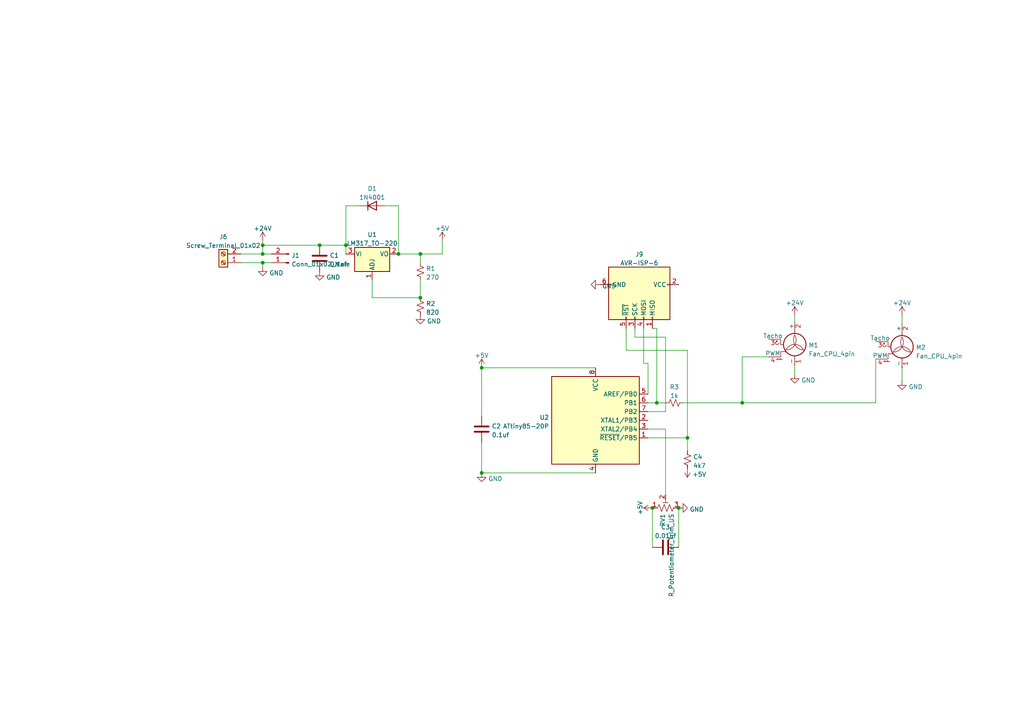
<source format=kicad_sch>
(kicad_sch (version 20211123) (generator eeschema)

  (uuid 1ded82ae-0dec-40b4-90f4-5dd114e195fd)

  (paper "A4")

  (lib_symbols
    (symbol "Connector:AVR-ISP-6" (pin_names (offset 1.016)) (in_bom yes) (on_board yes)
      (property "Reference" "J" (id 0) (at -6.35 11.43 0)
        (effects (font (size 1.27 1.27)) (justify left))
      )
      (property "Value" "AVR-ISP-6" (id 1) (at 0 11.43 0)
        (effects (font (size 1.27 1.27)) (justify left))
      )
      (property "Footprint" "" (id 2) (at -6.35 1.27 90)
        (effects (font (size 1.27 1.27)) hide)
      )
      (property "Datasheet" " ~" (id 3) (at -32.385 -13.97 0)
        (effects (font (size 1.27 1.27)) hide)
      )
      (property "ki_keywords" "AVR ISP Connector" (id 4) (at 0 0 0)
        (effects (font (size 1.27 1.27)) hide)
      )
      (property "ki_description" "Atmel 6-pin ISP connector" (id 5) (at 0 0 0)
        (effects (font (size 1.27 1.27)) hide)
      )
      (property "ki_fp_filters" "IDC?Header*2x03* Pin?Header*2x03*" (id 6) (at 0 0 0)
        (effects (font (size 1.27 1.27)) hide)
      )
      (symbol "AVR-ISP-6_0_1"
        (rectangle (start -2.667 -6.858) (end -2.413 -7.62)
          (stroke (width 0) (type default) (color 0 0 0 0))
          (fill (type none))
        )
        (rectangle (start -2.667 10.16) (end -2.413 9.398)
          (stroke (width 0) (type default) (color 0 0 0 0))
          (fill (type none))
        )
        (rectangle (start 7.62 -2.413) (end 6.858 -2.667)
          (stroke (width 0) (type default) (color 0 0 0 0))
          (fill (type none))
        )
        (rectangle (start 7.62 0.127) (end 6.858 -0.127)
          (stroke (width 0) (type default) (color 0 0 0 0))
          (fill (type none))
        )
        (rectangle (start 7.62 2.667) (end 6.858 2.413)
          (stroke (width 0) (type default) (color 0 0 0 0))
          (fill (type none))
        )
        (rectangle (start 7.62 5.207) (end 6.858 4.953)
          (stroke (width 0) (type default) (color 0 0 0 0))
          (fill (type none))
        )
        (rectangle (start 7.62 10.16) (end -7.62 -7.62)
          (stroke (width 0.254) (type default) (color 0 0 0 0))
          (fill (type background))
        )
      )
      (symbol "AVR-ISP-6_1_1"
        (pin passive line (at 10.16 5.08 180) (length 2.54)
          (name "MISO" (effects (font (size 1.27 1.27))))
          (number "1" (effects (font (size 1.27 1.27))))
        )
        (pin passive line (at -2.54 12.7 270) (length 2.54)
          (name "VCC" (effects (font (size 1.27 1.27))))
          (number "2" (effects (font (size 1.27 1.27))))
        )
        (pin passive line (at 10.16 0 180) (length 2.54)
          (name "SCK" (effects (font (size 1.27 1.27))))
          (number "3" (effects (font (size 1.27 1.27))))
        )
        (pin passive line (at 10.16 2.54 180) (length 2.54)
          (name "MOSI" (effects (font (size 1.27 1.27))))
          (number "4" (effects (font (size 1.27 1.27))))
        )
        (pin passive line (at 10.16 -2.54 180) (length 2.54)
          (name "~{RST}" (effects (font (size 1.27 1.27))))
          (number "5" (effects (font (size 1.27 1.27))))
        )
        (pin passive line (at -2.54 -10.16 90) (length 2.54)
          (name "GND" (effects (font (size 1.27 1.27))))
          (number "6" (effects (font (size 1.27 1.27))))
        )
      )
    )
    (symbol "Connector:Conn_01x02_Male" (pin_names (offset 1.016) hide) (in_bom yes) (on_board yes)
      (property "Reference" "J" (id 0) (at 0 2.54 0)
        (effects (font (size 1.27 1.27)))
      )
      (property "Value" "Conn_01x02_Male" (id 1) (at 0 -5.08 0)
        (effects (font (size 1.27 1.27)))
      )
      (property "Footprint" "" (id 2) (at 0 0 0)
        (effects (font (size 1.27 1.27)) hide)
      )
      (property "Datasheet" "~" (id 3) (at 0 0 0)
        (effects (font (size 1.27 1.27)) hide)
      )
      (property "ki_keywords" "connector" (id 4) (at 0 0 0)
        (effects (font (size 1.27 1.27)) hide)
      )
      (property "ki_description" "Generic connector, single row, 01x02, script generated (kicad-library-utils/schlib/autogen/connector/)" (id 5) (at 0 0 0)
        (effects (font (size 1.27 1.27)) hide)
      )
      (property "ki_fp_filters" "Connector*:*_1x??_*" (id 6) (at 0 0 0)
        (effects (font (size 1.27 1.27)) hide)
      )
      (symbol "Conn_01x02_Male_1_1"
        (polyline
          (pts
            (xy 1.27 -2.54)
            (xy 0.8636 -2.54)
          )
          (stroke (width 0.1524) (type default) (color 0 0 0 0))
          (fill (type none))
        )
        (polyline
          (pts
            (xy 1.27 0)
            (xy 0.8636 0)
          )
          (stroke (width 0.1524) (type default) (color 0 0 0 0))
          (fill (type none))
        )
        (rectangle (start 0.8636 -2.413) (end 0 -2.667)
          (stroke (width 0.1524) (type default) (color 0 0 0 0))
          (fill (type outline))
        )
        (rectangle (start 0.8636 0.127) (end 0 -0.127)
          (stroke (width 0.1524) (type default) (color 0 0 0 0))
          (fill (type outline))
        )
        (pin passive line (at 5.08 0 180) (length 3.81)
          (name "Pin_1" (effects (font (size 1.27 1.27))))
          (number "1" (effects (font (size 1.27 1.27))))
        )
        (pin passive line (at 5.08 -2.54 180) (length 3.81)
          (name "Pin_2" (effects (font (size 1.27 1.27))))
          (number "2" (effects (font (size 1.27 1.27))))
        )
      )
    )
    (symbol "Connector:Screw_Terminal_01x02" (pin_names (offset 1.016) hide) (in_bom yes) (on_board yes)
      (property "Reference" "J" (id 0) (at 0 2.54 0)
        (effects (font (size 1.27 1.27)))
      )
      (property "Value" "Screw_Terminal_01x02" (id 1) (at 0 -5.08 0)
        (effects (font (size 1.27 1.27)))
      )
      (property "Footprint" "" (id 2) (at 0 0 0)
        (effects (font (size 1.27 1.27)) hide)
      )
      (property "Datasheet" "~" (id 3) (at 0 0 0)
        (effects (font (size 1.27 1.27)) hide)
      )
      (property "ki_keywords" "screw terminal" (id 4) (at 0 0 0)
        (effects (font (size 1.27 1.27)) hide)
      )
      (property "ki_description" "Generic screw terminal, single row, 01x02, script generated (kicad-library-utils/schlib/autogen/connector/)" (id 5) (at 0 0 0)
        (effects (font (size 1.27 1.27)) hide)
      )
      (property "ki_fp_filters" "TerminalBlock*:*" (id 6) (at 0 0 0)
        (effects (font (size 1.27 1.27)) hide)
      )
      (symbol "Screw_Terminal_01x02_1_1"
        (rectangle (start -1.27 1.27) (end 1.27 -3.81)
          (stroke (width 0.254) (type default) (color 0 0 0 0))
          (fill (type background))
        )
        (circle (center 0 -2.54) (radius 0.635)
          (stroke (width 0.1524) (type default) (color 0 0 0 0))
          (fill (type none))
        )
        (polyline
          (pts
            (xy -0.5334 -2.2098)
            (xy 0.3302 -3.048)
          )
          (stroke (width 0.1524) (type default) (color 0 0 0 0))
          (fill (type none))
        )
        (polyline
          (pts
            (xy -0.5334 0.3302)
            (xy 0.3302 -0.508)
          )
          (stroke (width 0.1524) (type default) (color 0 0 0 0))
          (fill (type none))
        )
        (polyline
          (pts
            (xy -0.3556 -2.032)
            (xy 0.508 -2.8702)
          )
          (stroke (width 0.1524) (type default) (color 0 0 0 0))
          (fill (type none))
        )
        (polyline
          (pts
            (xy -0.3556 0.508)
            (xy 0.508 -0.3302)
          )
          (stroke (width 0.1524) (type default) (color 0 0 0 0))
          (fill (type none))
        )
        (circle (center 0 0) (radius 0.635)
          (stroke (width 0.1524) (type default) (color 0 0 0 0))
          (fill (type none))
        )
        (pin passive line (at -5.08 0 0) (length 3.81)
          (name "Pin_1" (effects (font (size 1.27 1.27))))
          (number "1" (effects (font (size 1.27 1.27))))
        )
        (pin passive line (at -5.08 -2.54 0) (length 3.81)
          (name "Pin_2" (effects (font (size 1.27 1.27))))
          (number "2" (effects (font (size 1.27 1.27))))
        )
      )
    )
    (symbol "Device:C" (pin_numbers hide) (pin_names (offset 0.254)) (in_bom yes) (on_board yes)
      (property "Reference" "C" (id 0) (at 0.635 2.54 0)
        (effects (font (size 1.27 1.27)) (justify left))
      )
      (property "Value" "C" (id 1) (at 0.635 -2.54 0)
        (effects (font (size 1.27 1.27)) (justify left))
      )
      (property "Footprint" "" (id 2) (at 0.9652 -3.81 0)
        (effects (font (size 1.27 1.27)) hide)
      )
      (property "Datasheet" "~" (id 3) (at 0 0 0)
        (effects (font (size 1.27 1.27)) hide)
      )
      (property "ki_keywords" "cap capacitor" (id 4) (at 0 0 0)
        (effects (font (size 1.27 1.27)) hide)
      )
      (property "ki_description" "Unpolarized capacitor" (id 5) (at 0 0 0)
        (effects (font (size 1.27 1.27)) hide)
      )
      (property "ki_fp_filters" "C_*" (id 6) (at 0 0 0)
        (effects (font (size 1.27 1.27)) hide)
      )
      (symbol "C_0_1"
        (polyline
          (pts
            (xy -2.032 -0.762)
            (xy 2.032 -0.762)
          )
          (stroke (width 0.508) (type default) (color 0 0 0 0))
          (fill (type none))
        )
        (polyline
          (pts
            (xy -2.032 0.762)
            (xy 2.032 0.762)
          )
          (stroke (width 0.508) (type default) (color 0 0 0 0))
          (fill (type none))
        )
      )
      (symbol "C_1_1"
        (pin passive line (at 0 3.81 270) (length 2.794)
          (name "~" (effects (font (size 1.27 1.27))))
          (number "1" (effects (font (size 1.27 1.27))))
        )
        (pin passive line (at 0 -3.81 90) (length 2.794)
          (name "~" (effects (font (size 1.27 1.27))))
          (number "2" (effects (font (size 1.27 1.27))))
        )
      )
    )
    (symbol "Device:R_Potentiometer_Trim_US" (pin_names (offset 1.016) hide) (in_bom yes) (on_board yes)
      (property "Reference" "RV" (id 0) (at -4.445 0 90)
        (effects (font (size 1.27 1.27)))
      )
      (property "Value" "R_Potentiometer_Trim_US" (id 1) (at -2.54 0 90)
        (effects (font (size 1.27 1.27)))
      )
      (property "Footprint" "" (id 2) (at 0 0 0)
        (effects (font (size 1.27 1.27)) hide)
      )
      (property "Datasheet" "~" (id 3) (at 0 0 0)
        (effects (font (size 1.27 1.27)) hide)
      )
      (property "ki_keywords" "resistor variable trimpot trimmer" (id 4) (at 0 0 0)
        (effects (font (size 1.27 1.27)) hide)
      )
      (property "ki_description" "Trim-potentiometer, US symbol" (id 5) (at 0 0 0)
        (effects (font (size 1.27 1.27)) hide)
      )
      (property "ki_fp_filters" "Potentiometer*" (id 6) (at 0 0 0)
        (effects (font (size 1.27 1.27)) hide)
      )
      (symbol "R_Potentiometer_Trim_US_0_1"
        (polyline
          (pts
            (xy 0 -2.286)
            (xy 0 -2.54)
          )
          (stroke (width 0) (type default) (color 0 0 0 0))
          (fill (type none))
        )
        (polyline
          (pts
            (xy 0 2.286)
            (xy 0 2.54)
          )
          (stroke (width 0) (type default) (color 0 0 0 0))
          (fill (type none))
        )
        (polyline
          (pts
            (xy 1.524 0.762)
            (xy 1.524 -0.762)
          )
          (stroke (width 0) (type default) (color 0 0 0 0))
          (fill (type none))
        )
        (polyline
          (pts
            (xy 2.54 0)
            (xy 1.524 0)
          )
          (stroke (width 0) (type default) (color 0 0 0 0))
          (fill (type none))
        )
        (polyline
          (pts
            (xy 0 -0.762)
            (xy 1.016 -1.143)
            (xy 0 -1.524)
            (xy -1.016 -1.905)
            (xy 0 -2.286)
          )
          (stroke (width 0) (type default) (color 0 0 0 0))
          (fill (type none))
        )
        (polyline
          (pts
            (xy 0 0.762)
            (xy 1.016 0.381)
            (xy 0 0)
            (xy -1.016 -0.381)
            (xy 0 -0.762)
          )
          (stroke (width 0) (type default) (color 0 0 0 0))
          (fill (type none))
        )
        (polyline
          (pts
            (xy 0 2.286)
            (xy 1.016 1.905)
            (xy 0 1.524)
            (xy -1.016 1.143)
            (xy 0 0.762)
          )
          (stroke (width 0) (type default) (color 0 0 0 0))
          (fill (type none))
        )
      )
      (symbol "R_Potentiometer_Trim_US_1_1"
        (pin passive line (at 0 3.81 270) (length 1.27)
          (name "1" (effects (font (size 1.27 1.27))))
          (number "1" (effects (font (size 1.27 1.27))))
        )
        (pin passive line (at 3.81 0 180) (length 1.27)
          (name "2" (effects (font (size 1.27 1.27))))
          (number "2" (effects (font (size 1.27 1.27))))
        )
        (pin passive line (at 0 -3.81 90) (length 1.27)
          (name "3" (effects (font (size 1.27 1.27))))
          (number "3" (effects (font (size 1.27 1.27))))
        )
      )
    )
    (symbol "Device:R_Small_US" (pin_numbers hide) (pin_names (offset 0.254) hide) (in_bom yes) (on_board yes)
      (property "Reference" "R" (id 0) (at 0.762 0.508 0)
        (effects (font (size 1.27 1.27)) (justify left))
      )
      (property "Value" "R_Small_US" (id 1) (at 0.762 -1.016 0)
        (effects (font (size 1.27 1.27)) (justify left))
      )
      (property "Footprint" "" (id 2) (at 0 0 0)
        (effects (font (size 1.27 1.27)) hide)
      )
      (property "Datasheet" "~" (id 3) (at 0 0 0)
        (effects (font (size 1.27 1.27)) hide)
      )
      (property "ki_keywords" "r resistor" (id 4) (at 0 0 0)
        (effects (font (size 1.27 1.27)) hide)
      )
      (property "ki_description" "Resistor, small US symbol" (id 5) (at 0 0 0)
        (effects (font (size 1.27 1.27)) hide)
      )
      (property "ki_fp_filters" "R_*" (id 6) (at 0 0 0)
        (effects (font (size 1.27 1.27)) hide)
      )
      (symbol "R_Small_US_1_1"
        (polyline
          (pts
            (xy 0 0)
            (xy 1.016 -0.381)
            (xy 0 -0.762)
            (xy -1.016 -1.143)
            (xy 0 -1.524)
          )
          (stroke (width 0) (type default) (color 0 0 0 0))
          (fill (type none))
        )
        (polyline
          (pts
            (xy 0 1.524)
            (xy 1.016 1.143)
            (xy 0 0.762)
            (xy -1.016 0.381)
            (xy 0 0)
          )
          (stroke (width 0) (type default) (color 0 0 0 0))
          (fill (type none))
        )
        (pin passive line (at 0 2.54 270) (length 1.016)
          (name "~" (effects (font (size 1.27 1.27))))
          (number "1" (effects (font (size 1.27 1.27))))
        )
        (pin passive line (at 0 -2.54 90) (length 1.016)
          (name "~" (effects (font (size 1.27 1.27))))
          (number "2" (effects (font (size 1.27 1.27))))
        )
      )
    )
    (symbol "Diode:1N4001" (pin_numbers hide) (pin_names (offset 1.016) hide) (in_bom yes) (on_board yes)
      (property "Reference" "D" (id 0) (at 0 2.54 0)
        (effects (font (size 1.27 1.27)))
      )
      (property "Value" "1N4001" (id 1) (at 0 -2.54 0)
        (effects (font (size 1.27 1.27)))
      )
      (property "Footprint" "Diode_THT:D_DO-41_SOD81_P10.16mm_Horizontal" (id 2) (at 0 -4.445 0)
        (effects (font (size 1.27 1.27)) hide)
      )
      (property "Datasheet" "http://www.vishay.com/docs/88503/1n4001.pdf" (id 3) (at 0 0 0)
        (effects (font (size 1.27 1.27)) hide)
      )
      (property "ki_keywords" "diode" (id 4) (at 0 0 0)
        (effects (font (size 1.27 1.27)) hide)
      )
      (property "ki_description" "50V 1A General Purpose Rectifier Diode, DO-41" (id 5) (at 0 0 0)
        (effects (font (size 1.27 1.27)) hide)
      )
      (property "ki_fp_filters" "D*DO?41*" (id 6) (at 0 0 0)
        (effects (font (size 1.27 1.27)) hide)
      )
      (symbol "1N4001_0_1"
        (polyline
          (pts
            (xy -1.27 1.27)
            (xy -1.27 -1.27)
          )
          (stroke (width 0.254) (type default) (color 0 0 0 0))
          (fill (type none))
        )
        (polyline
          (pts
            (xy 1.27 0)
            (xy -1.27 0)
          )
          (stroke (width 0) (type default) (color 0 0 0 0))
          (fill (type none))
        )
        (polyline
          (pts
            (xy 1.27 1.27)
            (xy 1.27 -1.27)
            (xy -1.27 0)
            (xy 1.27 1.27)
          )
          (stroke (width 0.254) (type default) (color 0 0 0 0))
          (fill (type none))
        )
      )
      (symbol "1N4001_1_1"
        (pin passive line (at -3.81 0 0) (length 2.54)
          (name "K" (effects (font (size 1.27 1.27))))
          (number "1" (effects (font (size 1.27 1.27))))
        )
        (pin passive line (at 3.81 0 180) (length 2.54)
          (name "A" (effects (font (size 1.27 1.27))))
          (number "2" (effects (font (size 1.27 1.27))))
        )
      )
    )
    (symbol "MCU_Microchip_ATtiny:ATtiny85-20P" (in_bom yes) (on_board yes)
      (property "Reference" "U" (id 0) (at -12.7 13.97 0)
        (effects (font (size 1.27 1.27)) (justify left bottom))
      )
      (property "Value" "ATtiny85-20P" (id 1) (at 2.54 -13.97 0)
        (effects (font (size 1.27 1.27)) (justify left top))
      )
      (property "Footprint" "Package_DIP:DIP-8_W7.62mm" (id 2) (at 0 0 0)
        (effects (font (size 1.27 1.27) italic) hide)
      )
      (property "Datasheet" "http://ww1.microchip.com/downloads/en/DeviceDoc/atmel-2586-avr-8-bit-microcontroller-attiny25-attiny45-attiny85_datasheet.pdf" (id 3) (at 0 0 0)
        (effects (font (size 1.27 1.27)) hide)
      )
      (property "ki_keywords" "AVR 8bit Microcontroller tinyAVR" (id 4) (at 0 0 0)
        (effects (font (size 1.27 1.27)) hide)
      )
      (property "ki_description" "20MHz, 8kB Flash, 512B SRAM, 512B EEPROM, debugWIRE, DIP-8" (id 5) (at 0 0 0)
        (effects (font (size 1.27 1.27)) hide)
      )
      (property "ki_fp_filters" "DIP*W7.62mm*" (id 6) (at 0 0 0)
        (effects (font (size 1.27 1.27)) hide)
      )
      (symbol "ATtiny85-20P_0_1"
        (rectangle (start -12.7 -12.7) (end 12.7 12.7)
          (stroke (width 0.254) (type default) (color 0 0 0 0))
          (fill (type background))
        )
      )
      (symbol "ATtiny85-20P_1_1"
        (pin bidirectional line (at 15.24 -5.08 180) (length 2.54)
          (name "~{RESET}/PB5" (effects (font (size 1.27 1.27))))
          (number "1" (effects (font (size 1.27 1.27))))
        )
        (pin bidirectional line (at 15.24 0 180) (length 2.54)
          (name "XTAL1/PB3" (effects (font (size 1.27 1.27))))
          (number "2" (effects (font (size 1.27 1.27))))
        )
        (pin bidirectional line (at 15.24 -2.54 180) (length 2.54)
          (name "XTAL2/PB4" (effects (font (size 1.27 1.27))))
          (number "3" (effects (font (size 1.27 1.27))))
        )
        (pin power_in line (at 0 -15.24 90) (length 2.54)
          (name "GND" (effects (font (size 1.27 1.27))))
          (number "4" (effects (font (size 1.27 1.27))))
        )
        (pin bidirectional line (at 15.24 7.62 180) (length 2.54)
          (name "AREF/PB0" (effects (font (size 1.27 1.27))))
          (number "5" (effects (font (size 1.27 1.27))))
        )
        (pin bidirectional line (at 15.24 5.08 180) (length 2.54)
          (name "PB1" (effects (font (size 1.27 1.27))))
          (number "6" (effects (font (size 1.27 1.27))))
        )
        (pin bidirectional line (at 15.24 2.54 180) (length 2.54)
          (name "PB2" (effects (font (size 1.27 1.27))))
          (number "7" (effects (font (size 1.27 1.27))))
        )
        (pin power_in line (at 0 15.24 270) (length 2.54)
          (name "VCC" (effects (font (size 1.27 1.27))))
          (number "8" (effects (font (size 1.27 1.27))))
        )
      )
    )
    (symbol "Motor:Fan_CPU_4pin" (pin_names (offset 0)) (in_bom yes) (on_board yes)
      (property "Reference" "M" (id 0) (at 2.54 5.08 0)
        (effects (font (size 1.27 1.27)) (justify left))
      )
      (property "Value" "Fan_CPU_4pin" (id 1) (at 2.54 -2.54 0)
        (effects (font (size 1.27 1.27)) (justify left top))
      )
      (property "Footprint" "" (id 2) (at 0 0.254 0)
        (effects (font (size 1.27 1.27)) hide)
      )
      (property "Datasheet" "http://www.formfactors.org/developer%5Cspecs%5Crev1_2_public.pdf" (id 3) (at 0 0.254 0)
        (effects (font (size 1.27 1.27)) hide)
      )
      (property "ki_keywords" "Fan Motor tacho PWM" (id 4) (at 0 0 0)
        (effects (font (size 1.27 1.27)) hide)
      )
      (property "ki_description" "CPU Fan, tacho output, PWM input, 4-pin connector" (id 5) (at 0 0 0)
        (effects (font (size 1.27 1.27)) hide)
      )
      (property "ki_fp_filters" "FanPinHeader*P2.54mm*Vertical* PinHeader*P2.54mm*Vertical* TerminalBlock*" (id 6) (at 0 0 0)
        (effects (font (size 1.27 1.27)) hide)
      )
      (symbol "Fan_CPU_4pin_0_0"
        (arc (start -5.588 1.524) (mid -5.08 1.016) (end -4.572 1.524)
          (stroke (width 0) (type default) (color 0 0 0 0))
          (fill (type none))
        )
        (arc (start -5.08 2.032) (mid -5.4392 1.8832) (end -5.588 1.524)
          (stroke (width 0) (type default) (color 0 0 0 0))
          (fill (type none))
        )
        (polyline
          (pts
            (xy -5.08 2.032)
            (xy -5.334 2.159)
          )
          (stroke (width 0) (type default) (color 0 0 0 0))
          (fill (type none))
        )
        (polyline
          (pts
            (xy -5.08 2.032)
            (xy -5.207 1.778)
          )
          (stroke (width 0) (type default) (color 0 0 0 0))
          (fill (type none))
        )
        (polyline
          (pts
            (xy -4.064 2.54)
            (xy -4.064 1.016)
            (xy -3.302 1.016)
          )
          (stroke (width 0) (type default) (color 0 0 0 0))
          (fill (type none))
        )
      )
      (symbol "Fan_CPU_4pin_0_1"
        (arc (start -2.54 -0.508) (mid 0.0028 0.9121) (end 0 3.81)
          (stroke (width 0) (type default) (color 0 0 0 0))
          (fill (type none))
        )
        (polyline
          (pts
            (xy -4.064 2.54)
            (xy -5.08 2.54)
          )
          (stroke (width 0) (type default) (color 0 0 0 0))
          (fill (type none))
        )
        (polyline
          (pts
            (xy 0 -5.08)
            (xy 0 -4.572)
          )
          (stroke (width 0) (type default) (color 0 0 0 0))
          (fill (type none))
        )
        (polyline
          (pts
            (xy 0 -2.2352)
            (xy 0 -2.6416)
          )
          (stroke (width 0) (type default) (color 0 0 0 0))
          (fill (type none))
        )
        (polyline
          (pts
            (xy 0 4.2672)
            (xy 0 4.6228)
          )
          (stroke (width 0) (type default) (color 0 0 0 0))
          (fill (type none))
        )
        (polyline
          (pts
            (xy 0 4.572)
            (xy 0 5.08)
          )
          (stroke (width 0) (type default) (color 0 0 0 0))
          (fill (type none))
        )
        (polyline
          (pts
            (xy -2.54 -1.016)
            (xy -4.064 -1.016)
            (xy -4.064 -2.54)
            (xy -5.08 -2.54)
          )
          (stroke (width 0) (type default) (color 0 0 0 0))
          (fill (type none))
        )
        (polyline
          (pts
            (xy -5.334 -3.302)
            (xy -5.08 -3.302)
            (xy -5.08 -3.048)
            (xy -4.826 -3.048)
            (xy -4.826 -3.302)
            (xy -4.318 -3.302)
            (xy -4.318 -3.048)
            (xy -4.064 -3.048)
            (xy -4.064 -3.302)
            (xy -3.556 -3.302)
          )
          (stroke (width 0) (type default) (color 0 0 0 0))
          (fill (type none))
        )
        (circle (center 0 1.016) (radius 3.2512)
          (stroke (width 0.254) (type default) (color 0 0 0 0))
          (fill (type none))
        )
        (arc (start 0 3.81) (mid 0.053 0.921) (end 2.54 -0.508)
          (stroke (width 0) (type default) (color 0 0 0 0))
          (fill (type none))
        )
        (arc (start 2.54 -0.508) (mid 0 1.0618) (end -2.54 -0.508)
          (stroke (width 0) (type default) (color 0 0 0 0))
          (fill (type none))
        )
      )
      (symbol "Fan_CPU_4pin_1_1"
        (pin passive line (at 0 -5.08 90) (length 2.54)
          (name "-" (effects (font (size 1.27 1.27))))
          (number "1" (effects (font (size 1.27 1.27))))
        )
        (pin passive line (at 0 7.62 270) (length 2.54)
          (name "+" (effects (font (size 1.27 1.27))))
          (number "2" (effects (font (size 1.27 1.27))))
        )
        (pin passive line (at -7.62 2.54 0) (length 2.54)
          (name "Tacho" (effects (font (size 1.27 1.27))))
          (number "3" (effects (font (size 1.27 1.27))))
        )
        (pin input line (at -7.62 -2.54 0) (length 2.54)
          (name "PWM" (effects (font (size 1.27 1.27))))
          (number "4" (effects (font (size 1.27 1.27))))
        )
      )
    )
    (symbol "Regulator_Linear:LM317_TO-220" (pin_names (offset 0.254)) (in_bom yes) (on_board yes)
      (property "Reference" "U" (id 0) (at -3.81 3.175 0)
        (effects (font (size 1.27 1.27)))
      )
      (property "Value" "LM317_TO-220" (id 1) (at 0 3.175 0)
        (effects (font (size 1.27 1.27)) (justify left))
      )
      (property "Footprint" "Package_TO_SOT_THT:TO-220-3_Vertical" (id 2) (at 0 6.35 0)
        (effects (font (size 1.27 1.27) italic) hide)
      )
      (property "Datasheet" "http://www.ti.com/lit/ds/symlink/lm317.pdf" (id 3) (at 0 0 0)
        (effects (font (size 1.27 1.27)) hide)
      )
      (property "ki_keywords" "Adjustable Voltage Regulator 1A Positive" (id 4) (at 0 0 0)
        (effects (font (size 1.27 1.27)) hide)
      )
      (property "ki_description" "1.5A 35V Adjustable Linear Regulator, TO-220" (id 5) (at 0 0 0)
        (effects (font (size 1.27 1.27)) hide)
      )
      (property "ki_fp_filters" "TO?220*" (id 6) (at 0 0 0)
        (effects (font (size 1.27 1.27)) hide)
      )
      (symbol "LM317_TO-220_0_1"
        (rectangle (start -5.08 1.905) (end 5.08 -5.08)
          (stroke (width 0.254) (type default) (color 0 0 0 0))
          (fill (type background))
        )
      )
      (symbol "LM317_TO-220_1_1"
        (pin input line (at 0 -7.62 90) (length 2.54)
          (name "ADJ" (effects (font (size 1.27 1.27))))
          (number "1" (effects (font (size 1.27 1.27))))
        )
        (pin power_out line (at 7.62 0 180) (length 2.54)
          (name "VO" (effects (font (size 1.27 1.27))))
          (number "2" (effects (font (size 1.27 1.27))))
        )
        (pin power_in line (at -7.62 0 0) (length 2.54)
          (name "VI" (effects (font (size 1.27 1.27))))
          (number "3" (effects (font (size 1.27 1.27))))
        )
      )
    )
    (symbol "power:+24V" (power) (pin_names (offset 0)) (in_bom yes) (on_board yes)
      (property "Reference" "#PWR" (id 0) (at 0 -3.81 0)
        (effects (font (size 1.27 1.27)) hide)
      )
      (property "Value" "+24V" (id 1) (at 0 3.556 0)
        (effects (font (size 1.27 1.27)))
      )
      (property "Footprint" "" (id 2) (at 0 0 0)
        (effects (font (size 1.27 1.27)) hide)
      )
      (property "Datasheet" "" (id 3) (at 0 0 0)
        (effects (font (size 1.27 1.27)) hide)
      )
      (property "ki_keywords" "power-flag" (id 4) (at 0 0 0)
        (effects (font (size 1.27 1.27)) hide)
      )
      (property "ki_description" "Power symbol creates a global label with name \"+24V\"" (id 5) (at 0 0 0)
        (effects (font (size 1.27 1.27)) hide)
      )
      (symbol "+24V_0_1"
        (polyline
          (pts
            (xy -0.762 1.27)
            (xy 0 2.54)
          )
          (stroke (width 0) (type default) (color 0 0 0 0))
          (fill (type none))
        )
        (polyline
          (pts
            (xy 0 0)
            (xy 0 2.54)
          )
          (stroke (width 0) (type default) (color 0 0 0 0))
          (fill (type none))
        )
        (polyline
          (pts
            (xy 0 2.54)
            (xy 0.762 1.27)
          )
          (stroke (width 0) (type default) (color 0 0 0 0))
          (fill (type none))
        )
      )
      (symbol "+24V_1_1"
        (pin power_in line (at 0 0 90) (length 0) hide
          (name "+24V" (effects (font (size 1.27 1.27))))
          (number "1" (effects (font (size 1.27 1.27))))
        )
      )
    )
    (symbol "power:+5V" (power) (pin_names (offset 0)) (in_bom yes) (on_board yes)
      (property "Reference" "#PWR" (id 0) (at 0 -3.81 0)
        (effects (font (size 1.27 1.27)) hide)
      )
      (property "Value" "+5V" (id 1) (at 0 3.556 0)
        (effects (font (size 1.27 1.27)))
      )
      (property "Footprint" "" (id 2) (at 0 0 0)
        (effects (font (size 1.27 1.27)) hide)
      )
      (property "Datasheet" "" (id 3) (at 0 0 0)
        (effects (font (size 1.27 1.27)) hide)
      )
      (property "ki_keywords" "power-flag" (id 4) (at 0 0 0)
        (effects (font (size 1.27 1.27)) hide)
      )
      (property "ki_description" "Power symbol creates a global label with name \"+5V\"" (id 5) (at 0 0 0)
        (effects (font (size 1.27 1.27)) hide)
      )
      (symbol "+5V_0_1"
        (polyline
          (pts
            (xy -0.762 1.27)
            (xy 0 2.54)
          )
          (stroke (width 0) (type default) (color 0 0 0 0))
          (fill (type none))
        )
        (polyline
          (pts
            (xy 0 0)
            (xy 0 2.54)
          )
          (stroke (width 0) (type default) (color 0 0 0 0))
          (fill (type none))
        )
        (polyline
          (pts
            (xy 0 2.54)
            (xy 0.762 1.27)
          )
          (stroke (width 0) (type default) (color 0 0 0 0))
          (fill (type none))
        )
      )
      (symbol "+5V_1_1"
        (pin power_in line (at 0 0 90) (length 0) hide
          (name "+5V" (effects (font (size 1.27 1.27))))
          (number "1" (effects (font (size 1.27 1.27))))
        )
      )
    )
    (symbol "power:GND" (power) (pin_names (offset 0)) (in_bom yes) (on_board yes)
      (property "Reference" "#PWR" (id 0) (at 0 -6.35 0)
        (effects (font (size 1.27 1.27)) hide)
      )
      (property "Value" "GND" (id 1) (at 0 -3.81 0)
        (effects (font (size 1.27 1.27)))
      )
      (property "Footprint" "" (id 2) (at 0 0 0)
        (effects (font (size 1.27 1.27)) hide)
      )
      (property "Datasheet" "" (id 3) (at 0 0 0)
        (effects (font (size 1.27 1.27)) hide)
      )
      (property "ki_keywords" "power-flag" (id 4) (at 0 0 0)
        (effects (font (size 1.27 1.27)) hide)
      )
      (property "ki_description" "Power symbol creates a global label with name \"GND\" , ground" (id 5) (at 0 0 0)
        (effects (font (size 1.27 1.27)) hide)
      )
      (symbol "GND_0_1"
        (polyline
          (pts
            (xy 0 0)
            (xy 0 -1.27)
            (xy 1.27 -1.27)
            (xy 0 -2.54)
            (xy -1.27 -1.27)
            (xy 0 -1.27)
          )
          (stroke (width 0) (type default) (color 0 0 0 0))
          (fill (type none))
        )
      )
      (symbol "GND_1_1"
        (pin power_in line (at 0 0 270) (length 0) hide
          (name "GND" (effects (font (size 1.27 1.27))))
          (number "1" (effects (font (size 1.27 1.27))))
        )
      )
    )
  )

  (junction (at 76.2 71.12) (diameter 0) (color 0 0 0 0)
    (uuid 401f7eba-da9f-48ae-a059-87eb6d665404)
  )
  (junction (at 115.57 73.66) (diameter 0) (color 0 0 0 0)
    (uuid 48e69c90-5008-4aa0-a250-5e35010de2f7)
  )
  (junction (at 196.85 147.32) (diameter 0) (color 0 0 0 0)
    (uuid 49d4987e-d01d-4ebe-8bb6-55b99ff1e623)
  )
  (junction (at 100.33 71.12) (diameter 0) (color 0 0 0 0)
    (uuid 69ae7fec-64b9-4aa6-8a97-cf3c3939e06c)
  )
  (junction (at 189.23 147.32) (diameter 0) (color 0 0 0 0)
    (uuid 808cdda2-d2cb-4f12-8e43-535f5cd05499)
  )
  (junction (at 139.7 137.16) (diameter 0) (color 0 0 0 0)
    (uuid 82109bb5-112c-437d-8222-5ba5fd2bb9d7)
  )
  (junction (at 92.71 71.12) (diameter 0) (color 0 0 0 0)
    (uuid 8a24b6cb-470c-40f3-9599-3d7f7a3cf451)
  )
  (junction (at 121.92 73.66) (diameter 0) (color 0 0 0 0)
    (uuid 8ccd26b4-d3d0-408f-a70d-23937a46458a)
  )
  (junction (at 139.7 106.68) (diameter 0) (color 0 0 0 0)
    (uuid 8fa14dca-b5bc-4d6b-9879-49f933e2e41a)
  )
  (junction (at 199.39 127) (diameter 0) (color 0 0 0 0)
    (uuid ae6aaf60-68ed-4b7c-8795-2d46e8011427)
  )
  (junction (at 190.5 116.84) (diameter 0) (color 0 0 0 0)
    (uuid d1c35441-3eee-4783-838f-f9df3584552f)
  )
  (junction (at 76.2 76.2) (diameter 0) (color 0 0 0 0)
    (uuid db06897a-ab2f-43ef-b823-1c49572015ed)
  )
  (junction (at 121.92 86.36) (diameter 0) (color 0 0 0 0)
    (uuid e29be839-896a-471b-9c3b-d73afc2ed30c)
  )
  (junction (at 215.265 116.84) (diameter 0) (color 0 0 0 0)
    (uuid f306d5a7-e3a3-4f88-9a61-3b3442c804c8)
  )
  (junction (at 76.2 73.66) (diameter 0) (color 0 0 0 0)
    (uuid f972f3e9-1c57-455c-aebc-29e228eb30d6)
  )

  (wire (pts (xy 187.96 127) (xy 199.39 127))
    (stroke (width 0) (type default) (color 0 0 0 0))
    (uuid 00f522e2-cd8c-4140-8afa-35c0aeb2a3be)
  )
  (wire (pts (xy 100.33 59.69) (xy 100.33 71.12))
    (stroke (width 0) (type default) (color 0 0 0 0))
    (uuid 0a111de5-192a-4177-af3a-747237ccf261)
  )
  (wire (pts (xy 121.92 73.66) (xy 121.92 76.2))
    (stroke (width 0) (type default) (color 0 0 0 0))
    (uuid 0b811756-4e14-422d-8788-8dd8b1316b48)
  )
  (wire (pts (xy 115.57 73.66) (xy 121.92 73.66))
    (stroke (width 0) (type default) (color 0 0 0 0))
    (uuid 1eaa4be4-11ed-4003-9d0a-3243740c835a)
  )
  (wire (pts (xy 230.505 106.045) (xy 230.505 108.585))
    (stroke (width 0) (type default) (color 0 0 0 0))
    (uuid 1f893d77-b3c8-4504-9ac2-cadc88ef402a)
  )
  (wire (pts (xy 190.5 95.25) (xy 189.23 95.25))
    (stroke (width 0) (type default) (color 0 0 0 0))
    (uuid 205ef8da-80da-4840-8fe9-2e21353a9af1)
  )
  (wire (pts (xy 254 116.84) (xy 254 104.14))
    (stroke (width 0) (type default) (color 0 0 0 0))
    (uuid 211b390b-1121-4b1f-9d50-c957ed312fdf)
  )
  (wire (pts (xy 215.265 116.84) (xy 254 116.84))
    (stroke (width 0) (type default) (color 0 0 0 0))
    (uuid 24034c1d-554c-452f-80a4-b62590881fb7)
  )
  (wire (pts (xy 261.62 106.68) (xy 261.62 110.49))
    (stroke (width 0) (type default) (color 0 0 0 0))
    (uuid 25231d05-6c2d-4542-87ee-fba4aa9870b9)
  )
  (wire (pts (xy 199.39 127) (xy 199.39 130.81))
    (stroke (width 0) (type default) (color 0 0 0 0))
    (uuid 2b1da4b0-b79b-4f2d-8131-befc10812a17)
  )
  (wire (pts (xy 187.96 114.3) (xy 187.96 105.41))
    (stroke (width 0) (type default) (color 0 0 0 0))
    (uuid 2f0c72e9-ebfd-44d4-8159-87cf99454f2a)
  )
  (wire (pts (xy 187.96 116.84) (xy 190.5 116.84))
    (stroke (width 0) (type default) (color 0 0 0 0))
    (uuid 3290f7f7-4a3c-4df7-9c4e-0fb7ee5f6a09)
  )
  (wire (pts (xy 261.62 91.44) (xy 261.62 93.98))
    (stroke (width 0) (type default) (color 0 0 0 0))
    (uuid 346fbadd-edad-41f4-8f45-ef7c779fb767)
  )
  (wire (pts (xy 100.33 71.12) (xy 100.33 73.66))
    (stroke (width 0) (type default) (color 0 0 0 0))
    (uuid 3a422eff-85ce-460d-8fff-158ed1c15dbd)
  )
  (wire (pts (xy 115.57 73.66) (xy 115.57 59.69))
    (stroke (width 0) (type default) (color 0 0 0 0))
    (uuid 3ddb2d60-af88-40b4-8325-b8d0c53eb746)
  )
  (wire (pts (xy 69.85 73.66) (xy 76.2 73.66))
    (stroke (width 0) (type default) (color 0 0 0 0))
    (uuid 401a7cd5-bd35-46eb-99cb-a368a35e8cf5)
  )
  (wire (pts (xy 198.12 116.84) (xy 215.265 116.84))
    (stroke (width 0) (type default) (color 0 0 0 0))
    (uuid 496eace0-9901-47ad-aa00-85d5e3aa0e71)
  )
  (wire (pts (xy 76.2 73.66) (xy 78.74 73.66))
    (stroke (width 0) (type default) (color 0 0 0 0))
    (uuid 4b47e425-c506-4086-aef0-03796bcdc2a1)
  )
  (wire (pts (xy 230.505 91.44) (xy 230.505 93.345))
    (stroke (width 0) (type default) (color 0 0 0 0))
    (uuid 4fc985e0-aef4-4bd6-8946-a4d28884afde)
  )
  (wire (pts (xy 190.5 116.84) (xy 190.5 95.25))
    (stroke (width 0) (type default) (color 0 0 0 0))
    (uuid 5a780134-798b-48be-8eec-f65d3529ceda)
  )
  (wire (pts (xy 215.265 103.505) (xy 222.885 103.505))
    (stroke (width 0) (type default) (color 0 0 0 0))
    (uuid 5b46a903-72d7-40ea-b5f5-0206b55cadec)
  )
  (wire (pts (xy 199.39 127) (xy 199.39 101.6))
    (stroke (width 0) (type default) (color 0 0 0 0))
    (uuid 5ee0ed0b-3f2d-4d3a-98fc-fd0363af430f)
  )
  (wire (pts (xy 69.85 76.2) (xy 76.2 76.2))
    (stroke (width 0) (type default) (color 0 0 0 0))
    (uuid 5f3b4a0b-75ee-4a3a-87f0-ee88ed49e815)
  )
  (wire (pts (xy 139.7 120.65) (xy 139.7 106.68))
    (stroke (width 0) (type default) (color 0 0 0 0))
    (uuid 63f7d056-ec14-4e32-9c27-5296ee69321a)
  )
  (wire (pts (xy 78.74 76.2) (xy 76.2 76.2))
    (stroke (width 0) (type default) (color 0 0 0 0))
    (uuid 64883115-3583-4da5-89e2-c422fd2c1f80)
  )
  (wire (pts (xy 76.2 71.12) (xy 76.2 73.66))
    (stroke (width 0) (type default) (color 0 0 0 0))
    (uuid 64ee7715-0c74-4bfa-98d5-b99c29acf130)
  )
  (wire (pts (xy 193.04 97.79) (xy 193.04 119.38))
    (stroke (width 0) (type default) (color 0 0 0 0))
    (uuid 65d5dad5-e04b-4f4b-8149-2704cb75229f)
  )
  (wire (pts (xy 76.2 69.85) (xy 76.2 71.12))
    (stroke (width 0) (type default) (color 0 0 0 0))
    (uuid 66ff1a36-c0fb-4fb2-b8fa-4c47237a90c0)
  )
  (wire (pts (xy 172.72 137.16) (xy 139.7 137.16))
    (stroke (width 0) (type default) (color 0 0 0 0))
    (uuid 6784cd00-6066-43e3-bb29-143900d61e65)
  )
  (wire (pts (xy 128.27 73.66) (xy 128.27 69.85))
    (stroke (width 0) (type default) (color 0 0 0 0))
    (uuid 786771b4-f3ad-4413-9166-1150dc96be8e)
  )
  (wire (pts (xy 190.5 116.84) (xy 193.04 116.84))
    (stroke (width 0) (type default) (color 0 0 0 0))
    (uuid 7c4e867d-f9d5-4d91-b33a-60c72c25a8e6)
  )
  (wire (pts (xy 215.265 103.505) (xy 215.265 116.84))
    (stroke (width 0) (type default) (color 0 0 0 0))
    (uuid 7d811e39-a11f-41a5-9e40-21066c337cdf)
  )
  (wire (pts (xy 107.95 86.36) (xy 107.95 81.28))
    (stroke (width 0) (type default) (color 0 0 0 0))
    (uuid 7e363d3d-d70f-4852-8888-5684ab9f5173)
  )
  (wire (pts (xy 139.7 137.16) (xy 139.7 128.27))
    (stroke (width 0) (type default) (color 0 0 0 0))
    (uuid 86b26674-20f5-4790-9776-98ae79336e3a)
  )
  (wire (pts (xy 92.71 71.12) (xy 100.33 71.12))
    (stroke (width 0) (type default) (color 0 0 0 0))
    (uuid 88706f56-3a2c-4f69-afbd-cf9aa55c9422)
  )
  (wire (pts (xy 104.14 59.69) (xy 100.33 59.69))
    (stroke (width 0) (type default) (color 0 0 0 0))
    (uuid 8d5db87f-5582-4bfd-b261-b4b555d4f034)
  )
  (wire (pts (xy 139.7 106.68) (xy 172.72 106.68))
    (stroke (width 0) (type default) (color 0 0 0 0))
    (uuid 94e4daaa-05cd-4042-898b-6cd4eb4d555c)
  )
  (wire (pts (xy 121.92 86.36) (xy 107.95 86.36))
    (stroke (width 0) (type default) (color 0 0 0 0))
    (uuid 953b6ce7-b681-44b1-a95e-400bac0895f4)
  )
  (wire (pts (xy 199.39 101.6) (xy 181.61 101.6))
    (stroke (width 0) (type default) (color 0 0 0 0))
    (uuid 959d2311-382a-4560-9fe0-e41989a1d6b7)
  )
  (wire (pts (xy 115.57 59.69) (xy 111.76 59.69))
    (stroke (width 0) (type default) (color 0 0 0 0))
    (uuid ad5ae22a-e33a-4787-9e0b-23327f600f9b)
  )
  (wire (pts (xy 193.04 97.79) (xy 184.15 97.79))
    (stroke (width 0) (type default) (color 0 0 0 0))
    (uuid be221c00-baba-4900-a699-bd2588e0cca4)
  )
  (wire (pts (xy 121.92 73.66) (xy 128.27 73.66))
    (stroke (width 0) (type default) (color 0 0 0 0))
    (uuid c0d2664b-bafc-4bea-92c2-e242300b0374)
  )
  (wire (pts (xy 187.96 105.41) (xy 186.69 105.41))
    (stroke (width 0) (type default) (color 0 0 0 0))
    (uuid d3a3e6a0-f9be-4162-8211-38dddbe28ad4)
  )
  (wire (pts (xy 76.2 71.12) (xy 92.71 71.12))
    (stroke (width 0) (type default) (color 0 0 0 0))
    (uuid d406eca1-f594-4bdd-9596-00e0531b4747)
  )
  (wire (pts (xy 193.04 119.38) (xy 187.96 119.38))
    (stroke (width 0) (type default) (color 0 0 0 0))
    (uuid dae20c90-d8cd-417f-b4a9-ae939639cb1f)
  )
  (wire (pts (xy 193.04 143.51) (xy 193.04 124.46))
    (stroke (width 0) (type default) (color 0 0 0 0))
    (uuid df0e3055-3b4b-4292-a54e-4765a8af30ec)
  )
  (wire (pts (xy 184.15 97.79) (xy 184.15 95.25))
    (stroke (width 0) (type default) (color 0 0 0 0))
    (uuid df20a2b4-e8b8-4b46-8213-7f1d425db350)
  )
  (wire (pts (xy 196.85 147.32) (xy 196.85 158.75))
    (stroke (width 0) (type default) (color 0 0 0 0))
    (uuid e431adaf-bfa8-4f4d-9c69-9d3ceb8479d0)
  )
  (wire (pts (xy 189.23 147.32) (xy 189.23 158.75))
    (stroke (width 0) (type default) (color 0 0 0 0))
    (uuid e8506be4-5e2c-4bfc-a760-d687778eebc3)
  )
  (wire (pts (xy 193.04 124.46) (xy 187.96 124.46))
    (stroke (width 0) (type default) (color 0 0 0 0))
    (uuid eb4bd891-3874-4a14-8d27-6c9dc6f8b75d)
  )
  (wire (pts (xy 181.61 101.6) (xy 181.61 95.25))
    (stroke (width 0) (type default) (color 0 0 0 0))
    (uuid ef2e53a0-b7ff-4051-9664-8bf6a9cac359)
  )
  (wire (pts (xy 186.69 105.41) (xy 186.69 95.25))
    (stroke (width 0) (type default) (color 0 0 0 0))
    (uuid f89e459d-4527-429d-8fea-dedffb7326f1)
  )
  (wire (pts (xy 76.2 76.2) (xy 76.2 77.47))
    (stroke (width 0) (type default) (color 0 0 0 0))
    (uuid fb44aaf2-d111-495d-9acf-1dfc264980c1)
  )
  (wire (pts (xy 121.92 81.28) (xy 121.92 86.36))
    (stroke (width 0) (type default) (color 0 0 0 0))
    (uuid fcfcd32f-c210-4f74-badb-80e36381f9ab)
  )

  (symbol (lib_id "Regulator_Linear:LM317_TO-220") (at 107.95 73.66 0) (unit 1)
    (in_bom yes) (on_board yes) (fields_autoplaced)
    (uuid 00adb9f1-3736-4037-ba35-3c2851b22bf2)
    (property "Reference" "U1" (id 0) (at 107.95 68.0552 0))
    (property "Value" "LM317_TO-220" (id 1) (at 107.95 70.5921 0))
    (property "Footprint" "Package_TO_SOT_THT:TO-220-3_Horizontal_TabDown" (id 2) (at 107.95 67.31 0)
      (effects (font (size 1.27 1.27) italic) hide)
    )
    (property "Datasheet" "http://www.ti.com/lit/ds/symlink/lm317.pdf" (id 3) (at 107.95 73.66 0)
      (effects (font (size 1.27 1.27)) hide)
    )
    (pin "1" (uuid 8e1b4119-b132-4601-aaf1-8294e5a438f0))
    (pin "2" (uuid a333b1c9-fe80-4f58-a4e4-65d211603190))
    (pin "3" (uuid 7f64c56a-d27e-41a1-94ad-535d6d502551))
  )

  (symbol (lib_id "Motor:Fan_CPU_4pin") (at 230.505 100.965 0) (unit 1)
    (in_bom yes) (on_board yes) (fields_autoplaced)
    (uuid 069d5851-44a6-4224-9e46-78400d931708)
    (property "Reference" "M1" (id 0) (at 234.5182 100.1303 0)
      (effects (font (size 1.27 1.27)) (justify left))
    )
    (property "Value" "Fan_CPU_4pin" (id 1) (at 234.5182 102.6672 0)
      (effects (font (size 1.27 1.27)) (justify left))
    )
    (property "Footprint" "Connector_PinHeader_2.54mm:PinHeader_1x04_P2.54mm_Vertical" (id 2) (at 230.505 100.711 0)
      (effects (font (size 1.27 1.27)) hide)
    )
    (property "Datasheet" "http://www.formfactors.org/developer%5Cspecs%5Crev1_2_public.pdf" (id 3) (at 230.505 100.711 0)
      (effects (font (size 1.27 1.27)) hide)
    )
    (pin "1" (uuid 1baf900a-a004-439c-b9f1-4ca84cac5057))
    (pin "2" (uuid a5f9bfbe-d8fa-41b2-beb5-677e7bea0735))
    (pin "3" (uuid a39314ff-6be6-48d6-a68e-20aa6f747658))
    (pin "4" (uuid 121f0512-7757-4ee4-927a-880e6ddf81ad))
  )

  (symbol (lib_id "power:+24V") (at 261.62 91.44 0) (unit 1)
    (in_bom yes) (on_board yes) (fields_autoplaced)
    (uuid 0f05c05f-7ab5-4be3-8f15-69c83845f6f3)
    (property "Reference" "#PWR0115" (id 0) (at 261.62 95.25 0)
      (effects (font (size 1.27 1.27)) hide)
    )
    (property "Value" "+24V" (id 1) (at 261.62 87.8642 0))
    (property "Footprint" "" (id 2) (at 261.62 91.44 0)
      (effects (font (size 1.27 1.27)) hide)
    )
    (property "Datasheet" "" (id 3) (at 261.62 91.44 0)
      (effects (font (size 1.27 1.27)) hide)
    )
    (pin "1" (uuid c9f2cd3e-df2e-407d-a0d6-9a886cc25690))
  )

  (symbol (lib_id "Connector:Conn_01x02_Male") (at 83.82 76.2 180) (unit 1)
    (in_bom yes) (on_board yes) (fields_autoplaced)
    (uuid 26c0668a-1004-48cd-bd4d-11f2d187d81e)
    (property "Reference" "J1" (id 0) (at 84.5312 74.0953 0)
      (effects (font (size 1.27 1.27)) (justify right))
    )
    (property "Value" "Conn_01x02_Male" (id 1) (at 84.5312 76.6322 0)
      (effects (font (size 1.27 1.27)) (justify right))
    )
    (property "Footprint" "Connector_PinHeader_2.54mm:PinHeader_1x02_P2.54mm_Vertical" (id 2) (at 83.82 76.2 0)
      (effects (font (size 1.27 1.27)) hide)
    )
    (property "Datasheet" "~" (id 3) (at 83.82 76.2 0)
      (effects (font (size 1.27 1.27)) hide)
    )
    (pin "1" (uuid 64e01c45-2111-472c-b74d-a132323868a0))
    (pin "2" (uuid 930c2914-563d-4150-8b3e-3bf1c618e5f5))
  )

  (symbol (lib_id "power:GND") (at 173.99 82.55 270) (unit 1)
    (in_bom yes) (on_board yes) (fields_autoplaced)
    (uuid 27e68ebf-8be0-4384-aa13-2dc670474077)
    (property "Reference" "#PWR0112" (id 0) (at 167.64 82.55 0)
      (effects (font (size 1.27 1.27)) hide)
    )
    (property "Value" "GND" (id 1) (at 174.625 82.9838 90)
      (effects (font (size 1.27 1.27)) (justify left))
    )
    (property "Footprint" "" (id 2) (at 173.99 82.55 0)
      (effects (font (size 1.27 1.27)) hide)
    )
    (property "Datasheet" "" (id 3) (at 173.99 82.55 0)
      (effects (font (size 1.27 1.27)) hide)
    )
    (pin "1" (uuid 57d132c3-7369-48bb-b1cb-ca3faade9488))
  )

  (symbol (lib_id "power:+24V") (at 76.2 69.85 0) (unit 1)
    (in_bom yes) (on_board yes) (fields_autoplaced)
    (uuid 2c96c53a-97ec-404d-9c28-8f54d1122af0)
    (property "Reference" "#PWR0111" (id 0) (at 76.2 73.66 0)
      (effects (font (size 1.27 1.27)) hide)
    )
    (property "Value" "+24V" (id 1) (at 76.2 66.2742 0))
    (property "Footprint" "" (id 2) (at 76.2 69.85 0)
      (effects (font (size 1.27 1.27)) hide)
    )
    (property "Datasheet" "" (id 3) (at 76.2 69.85 0)
      (effects (font (size 1.27 1.27)) hide)
    )
    (pin "1" (uuid e77bfcc2-e4bf-4927-9d6e-6a9b92cdd924))
  )

  (symbol (lib_id "Device:C") (at 193.04 158.75 90) (unit 1)
    (in_bom yes) (on_board yes) (fields_autoplaced)
    (uuid 2d0678ac-a64a-4df2-8623-eb539a9b3591)
    (property "Reference" "C3" (id 0) (at 193.04 152.8912 90))
    (property "Value" "0.01uf" (id 1) (at 193.04 155.4281 90))
    (property "Footprint" "Capacitor_THT:C_Disc_D3.8mm_W2.6mm_P2.50mm" (id 2) (at 196.85 157.7848 0)
      (effects (font (size 1.27 1.27)) hide)
    )
    (property "Datasheet" "~" (id 3) (at 193.04 158.75 0)
      (effects (font (size 1.27 1.27)) hide)
    )
    (pin "1" (uuid 5debf12a-3015-411e-b494-4c8a7a4e59e6))
    (pin "2" (uuid 2a933de5-08eb-4552-a218-7e1c9d8ce984))
  )

  (symbol (lib_id "power:GND") (at 230.505 108.585 0) (unit 1)
    (in_bom yes) (on_board yes) (fields_autoplaced)
    (uuid 3d9688c1-42db-43dd-af49-acd8c08f0f3b)
    (property "Reference" "#PWR0101" (id 0) (at 230.505 114.935 0)
      (effects (font (size 1.27 1.27)) hide)
    )
    (property "Value" "GND" (id 1) (at 232.41 110.2888 0)
      (effects (font (size 1.27 1.27)) (justify left))
    )
    (property "Footprint" "" (id 2) (at 230.505 108.585 0)
      (effects (font (size 1.27 1.27)) hide)
    )
    (property "Datasheet" "" (id 3) (at 230.505 108.585 0)
      (effects (font (size 1.27 1.27)) hide)
    )
    (pin "1" (uuid 9c196108-79f2-4d7b-9227-3954b02e34f2))
  )

  (symbol (lib_id "power:GND") (at 92.71 78.74 0) (unit 1)
    (in_bom yes) (on_board yes) (fields_autoplaced)
    (uuid 3dafb2c9-65b0-4d08-b085-74b31478af1a)
    (property "Reference" "#PWR0108" (id 0) (at 92.71 85.09 0)
      (effects (font (size 1.27 1.27)) hide)
    )
    (property "Value" "GND" (id 1) (at 94.615 80.4438 0)
      (effects (font (size 1.27 1.27)) (justify left))
    )
    (property "Footprint" "" (id 2) (at 92.71 78.74 0)
      (effects (font (size 1.27 1.27)) hide)
    )
    (property "Datasheet" "" (id 3) (at 92.71 78.74 0)
      (effects (font (size 1.27 1.27)) hide)
    )
    (pin "1" (uuid a845b804-3c2c-4dbc-bbf6-8ed27875679c))
  )

  (symbol (lib_id "power:+5V") (at 189.23 147.32 90) (unit 1)
    (in_bom yes) (on_board yes) (fields_autoplaced)
    (uuid 483e3336-c964-4593-bb78-3f194c7f0b6c)
    (property "Reference" "#PWR0104" (id 0) (at 193.04 147.32 0)
      (effects (font (size 1.27 1.27)) hide)
    )
    (property "Value" "+5V" (id 1) (at 185.6542 147.32 0))
    (property "Footprint" "" (id 2) (at 189.23 147.32 0)
      (effects (font (size 1.27 1.27)) hide)
    )
    (property "Datasheet" "" (id 3) (at 189.23 147.32 0)
      (effects (font (size 1.27 1.27)) hide)
    )
    (pin "1" (uuid b98de404-13f7-4558-9ca3-1b3c36f1ba5b))
  )

  (symbol (lib_id "Connector:AVR-ISP-6") (at 184.15 85.09 270) (unit 1)
    (in_bom yes) (on_board yes) (fields_autoplaced)
    (uuid 6433dac6-17ab-4b07-96fc-3405cf9045fa)
    (property "Reference" "J9" (id 0) (at 185.42 73.7702 90))
    (property "Value" "AVR-ISP-6" (id 1) (at 185.42 76.3071 90))
    (property "Footprint" "Connector_PinHeader_2.54mm:PinHeader_2x03_P2.54mm_Vertical" (id 2) (at 185.42 78.74 90)
      (effects (font (size 1.27 1.27)) hide)
    )
    (property "Datasheet" " ~" (id 3) (at 170.18 52.705 0)
      (effects (font (size 1.27 1.27)) hide)
    )
    (pin "1" (uuid 67ceb5fe-a2dd-4006-860b-abce840c13ec))
    (pin "2" (uuid fac1eb8e-769b-45db-8b5c-b18800fbfff0))
    (pin "3" (uuid af0268ec-6b21-4057-b24c-ca2fd6a4fe4e))
    (pin "4" (uuid 87f92cad-5eac-48b5-a511-a95a7f6e7146))
    (pin "5" (uuid 016e1736-de6d-449c-9abe-a4cae31e9a98))
    (pin "6" (uuid a7595b61-2cfa-4c67-a2e5-c09da3385431))
  )

  (symbol (lib_id "Device:R_Small_US") (at 195.58 116.84 270) (unit 1)
    (in_bom yes) (on_board yes) (fields_autoplaced)
    (uuid 69dca845-2281-4334-960e-c1f6323f36cd)
    (property "Reference" "R3" (id 0) (at 195.58 112.2512 90))
    (property "Value" "1k" (id 1) (at 195.58 114.7881 90))
    (property "Footprint" "Resistor_THT:R_Axial_DIN0207_L6.3mm_D2.5mm_P10.16mm_Horizontal" (id 2) (at 195.58 116.84 0)
      (effects (font (size 1.27 1.27)) hide)
    )
    (property "Datasheet" "~" (id 3) (at 195.58 116.84 0)
      (effects (font (size 1.27 1.27)) hide)
    )
    (pin "1" (uuid 17a21eb0-fef2-4cac-9427-1321e23f1c56))
    (pin "2" (uuid 4fb3298f-e52a-45c0-a3e9-e9ba0d96bf82))
  )

  (symbol (lib_id "Connector:Screw_Terminal_01x02") (at 64.77 76.2 180) (unit 1)
    (in_bom yes) (on_board yes) (fields_autoplaced)
    (uuid 6f51c5b5-bd9b-4d78-8613-d74d26e04edc)
    (property "Reference" "J6" (id 0) (at 64.77 68.6902 0))
    (property "Value" "Screw_Terminal_01x02" (id 1) (at 64.77 71.2271 0))
    (property "Footprint" "TerminalBlock:TerminalBlock_bornier-2_P5.08mm" (id 2) (at 64.77 76.2 0)
      (effects (font (size 1.27 1.27)) hide)
    )
    (property "Datasheet" "~" (id 3) (at 64.77 76.2 0)
      (effects (font (size 1.27 1.27)) hide)
    )
    (pin "1" (uuid d24774aa-94b7-498f-ad50-12f9d1b1e95c))
    (pin "2" (uuid afbe8825-cc3c-4dc8-9b62-72e0ce691623))
  )

  (symbol (lib_id "Motor:Fan_CPU_4pin") (at 261.62 101.6 0) (unit 1)
    (in_bom yes) (on_board yes) (fields_autoplaced)
    (uuid 6f7b5544-3e43-4a0b-a292-747bd3dba4f6)
    (property "Reference" "M2" (id 0) (at 265.6332 100.7653 0)
      (effects (font (size 1.27 1.27)) (justify left))
    )
    (property "Value" "Fan_CPU_4pin" (id 1) (at 265.6332 103.3022 0)
      (effects (font (size 1.27 1.27)) (justify left))
    )
    (property "Footprint" "Connector_PinHeader_2.54mm:PinHeader_1x04_P2.54mm_Vertical" (id 2) (at 261.62 101.346 0)
      (effects (font (size 1.27 1.27)) hide)
    )
    (property "Datasheet" "http://www.formfactors.org/developer%5Cspecs%5Crev1_2_public.pdf" (id 3) (at 261.62 101.346 0)
      (effects (font (size 1.27 1.27)) hide)
    )
    (pin "1" (uuid 0fce4bfe-51fc-4c8d-9558-3b8fa4bf49f0))
    (pin "2" (uuid 518d0d7b-2e7f-4136-8b30-306a744451c2))
    (pin "3" (uuid 5301707d-1a67-4c48-87ea-27233dc6b8f7))
    (pin "4" (uuid d0a87516-5ba6-4bc4-84ac-8e904fcf4a5d))
  )

  (symbol (lib_id "Device:R_Potentiometer_Trim_US") (at 193.04 147.32 90) (unit 1)
    (in_bom yes) (on_board yes) (fields_autoplaced)
    (uuid 6f86a461-8230-4858-a725-155b55797846)
    (property "Reference" "RV1" (id 0) (at 192.2053 148.971 0)
      (effects (font (size 1.27 1.27)) (justify right))
    )
    (property "Value" "R_Potentiometer_Trim_US" (id 1) (at 194.7422 148.971 0)
      (effects (font (size 1.27 1.27)) (justify right))
    )
    (property "Footprint" "Potentiometer_THT:Potentiometer_Piher_PT-6-V_Vertical" (id 2) (at 193.04 147.32 0)
      (effects (font (size 1.27 1.27)) hide)
    )
    (property "Datasheet" "~" (id 3) (at 193.04 147.32 0)
      (effects (font (size 1.27 1.27)) hide)
    )
    (pin "1" (uuid 29e6a4db-aff8-481b-ba24-aaad1613bac9))
    (pin "2" (uuid cd22ffaf-b650-4a98-a70e-a427ed59bfe1))
    (pin "3" (uuid d7d53ee0-ebff-4e88-97da-a1306ac89ea2))
  )

  (symbol (lib_id "power:GND") (at 139.7 137.16 0) (unit 1)
    (in_bom yes) (on_board yes) (fields_autoplaced)
    (uuid 7123c9c5-52b2-4de6-b29c-1bd54e6b091b)
    (property "Reference" "#PWR0106" (id 0) (at 139.7 143.51 0)
      (effects (font (size 1.27 1.27)) hide)
    )
    (property "Value" "GND" (id 1) (at 141.605 138.8638 0)
      (effects (font (size 1.27 1.27)) (justify left))
    )
    (property "Footprint" "" (id 2) (at 139.7 137.16 0)
      (effects (font (size 1.27 1.27)) hide)
    )
    (property "Datasheet" "" (id 3) (at 139.7 137.16 0)
      (effects (font (size 1.27 1.27)) hide)
    )
    (pin "1" (uuid f8739afd-d1e7-465f-8faa-af0f294e623b))
  )

  (symbol (lib_id "Device:R_Small_US") (at 121.92 78.74 180) (unit 1)
    (in_bom yes) (on_board yes) (fields_autoplaced)
    (uuid 792b202d-4113-4f39-93d3-e5632a99a4c8)
    (property "Reference" "R1" (id 0) (at 123.571 77.9053 0)
      (effects (font (size 1.27 1.27)) (justify right))
    )
    (property "Value" "270" (id 1) (at 123.571 80.4422 0)
      (effects (font (size 1.27 1.27)) (justify right))
    )
    (property "Footprint" "Resistor_THT:R_Axial_DIN0207_L6.3mm_D2.5mm_P10.16mm_Horizontal" (id 2) (at 121.92 78.74 0)
      (effects (font (size 1.27 1.27)) hide)
    )
    (property "Datasheet" "~" (id 3) (at 121.92 78.74 0)
      (effects (font (size 1.27 1.27)) hide)
    )
    (pin "1" (uuid 1ef77e9e-f1b7-434c-a069-cdf3a24182ef))
    (pin "2" (uuid 35e626e8-93c6-4286-b696-94aa817f2a4b))
  )

  (symbol (lib_id "Device:C") (at 139.7 124.46 0) (unit 1)
    (in_bom yes) (on_board yes) (fields_autoplaced)
    (uuid 793b24eb-f073-4e26-98fa-fabaeac414d9)
    (property "Reference" "C2" (id 0) (at 142.621 123.6253 0)
      (effects (font (size 1.27 1.27)) (justify left))
    )
    (property "Value" "0.1uf" (id 1) (at 142.621 126.1622 0)
      (effects (font (size 1.27 1.27)) (justify left))
    )
    (property "Footprint" "Capacitor_THT:C_Disc_D4.3mm_W1.9mm_P5.00mm" (id 2) (at 140.6652 128.27 0)
      (effects (font (size 1.27 1.27)) hide)
    )
    (property "Datasheet" "~" (id 3) (at 139.7 124.46 0)
      (effects (font (size 1.27 1.27)) hide)
    )
    (pin "1" (uuid e9012717-a064-4c06-b769-80680fe8ad39))
    (pin "2" (uuid 22740d48-5937-4c6f-b35a-8b18958870d1))
  )

  (symbol (lib_id "MCU_Microchip_ATtiny:ATtiny85-20P") (at 172.72 121.92 0) (unit 1)
    (in_bom yes) (on_board yes) (fields_autoplaced)
    (uuid 7dbeb7ac-5fbb-4dfc-b3a1-e37627e5cd4a)
    (property "Reference" "U2" (id 0) (at 159.258 121.0853 0)
      (effects (font (size 1.27 1.27)) (justify right))
    )
    (property "Value" "ATtiny85-20P" (id 1) (at 159.258 123.6222 0)
      (effects (font (size 1.27 1.27)) (justify right))
    )
    (property "Footprint" "Package_DIP:DIP-8_W7.62mm" (id 2) (at 172.72 121.92 0)
      (effects (font (size 1.27 1.27) italic) hide)
    )
    (property "Datasheet" "http://ww1.microchip.com/downloads/en/DeviceDoc/atmel-2586-avr-8-bit-microcontroller-attiny25-attiny45-attiny85_datasheet.pdf" (id 3) (at 172.72 121.92 0)
      (effects (font (size 1.27 1.27)) hide)
    )
    (pin "1" (uuid 7eedea37-88d1-4927-a187-105e1a46b68e))
    (pin "2" (uuid b462fcaf-cbf0-4038-8084-eb9e7620b7e4))
    (pin "3" (uuid ce5474b8-89e2-472d-afc4-5abef969c15e))
    (pin "4" (uuid 7924fc9a-f6ea-47bb-b4e4-07a97c38987e))
    (pin "5" (uuid ec4423d7-6df6-456d-a57a-91b77184c3f7))
    (pin "6" (uuid 29c22dc4-ae7f-4bfa-aa99-f10f4a9a09e6))
    (pin "7" (uuid ae53251d-6cad-4f0e-86b4-96b58de914ff))
    (pin "8" (uuid 78cd0ae2-56bc-49f0-81ae-c76bc0fead75))
  )

  (symbol (lib_id "Device:R_Small_US") (at 199.39 133.35 0) (unit 1)
    (in_bom yes) (on_board yes) (fields_autoplaced)
    (uuid 8fe0bdd1-9d06-461d-90a4-0d36bb90c349)
    (property "Reference" "C4" (id 0) (at 201.041 132.5153 0)
      (effects (font (size 1.27 1.27)) (justify left))
    )
    (property "Value" "4k7" (id 1) (at 201.041 135.0522 0)
      (effects (font (size 1.27 1.27)) (justify left))
    )
    (property "Footprint" "Resistor_THT:R_Axial_DIN0207_L6.3mm_D2.5mm_P10.16mm_Horizontal" (id 2) (at 199.39 133.35 0)
      (effects (font (size 1.27 1.27)) hide)
    )
    (property "Datasheet" "~" (id 3) (at 199.39 133.35 0)
      (effects (font (size 1.27 1.27)) hide)
    )
    (pin "1" (uuid 9ae5317e-81b2-47ce-9b73-d9b9df698470))
    (pin "2" (uuid aabfa3ec-ea90-48bf-9bf5-ba6b5d26f5a5))
  )

  (symbol (lib_id "power:+5V") (at 139.7 106.68 0) (unit 1)
    (in_bom yes) (on_board yes) (fields_autoplaced)
    (uuid 9546fe82-2c59-480a-8073-7aee730d99fe)
    (property "Reference" "#PWR0105" (id 0) (at 139.7 110.49 0)
      (effects (font (size 1.27 1.27)) hide)
    )
    (property "Value" "+5V" (id 1) (at 139.7 103.1042 0))
    (property "Footprint" "" (id 2) (at 139.7 106.68 0)
      (effects (font (size 1.27 1.27)) hide)
    )
    (property "Datasheet" "" (id 3) (at 139.7 106.68 0)
      (effects (font (size 1.27 1.27)) hide)
    )
    (pin "1" (uuid 9f3bb0b5-70f9-44f7-a2c0-b0c8713cf7f9))
  )

  (symbol (lib_id "Device:R_Small_US") (at 121.92 88.9 180) (unit 1)
    (in_bom yes) (on_board yes) (fields_autoplaced)
    (uuid af1eba22-7fef-4774-ad4a-385cc2f336d7)
    (property "Reference" "R2" (id 0) (at 123.571 88.0653 0)
      (effects (font (size 1.27 1.27)) (justify right))
    )
    (property "Value" "820" (id 1) (at 123.571 90.6022 0)
      (effects (font (size 1.27 1.27)) (justify right))
    )
    (property "Footprint" "Resistor_THT:R_Axial_DIN0207_L6.3mm_D2.5mm_P10.16mm_Horizontal" (id 2) (at 121.92 88.9 0)
      (effects (font (size 1.27 1.27)) hide)
    )
    (property "Datasheet" "~" (id 3) (at 121.92 88.9 0)
      (effects (font (size 1.27 1.27)) hide)
    )
    (pin "1" (uuid 0828af8e-e06e-4819-a930-4f1d90dc9e94))
    (pin "2" (uuid 7af831ad-f9b7-4a3e-985c-c17cb2c4db66))
  )

  (symbol (lib_id "power:GND") (at 76.2 77.47 0) (unit 1)
    (in_bom yes) (on_board yes) (fields_autoplaced)
    (uuid b10b1714-a4bd-4be8-9ea5-a7ae94a69b4c)
    (property "Reference" "#PWR0109" (id 0) (at 76.2 83.82 0)
      (effects (font (size 1.27 1.27)) hide)
    )
    (property "Value" "GND" (id 1) (at 78.105 79.1738 0)
      (effects (font (size 1.27 1.27)) (justify left))
    )
    (property "Footprint" "" (id 2) (at 76.2 77.47 0)
      (effects (font (size 1.27 1.27)) hide)
    )
    (property "Datasheet" "" (id 3) (at 76.2 77.47 0)
      (effects (font (size 1.27 1.27)) hide)
    )
    (pin "1" (uuid 57172060-2cda-4b68-953d-2ba8a9207535))
  )

  (symbol (lib_id "Device:C") (at 92.71 74.93 0) (unit 1)
    (in_bom yes) (on_board yes) (fields_autoplaced)
    (uuid cd88d0d3-941b-4790-872f-10ac87455760)
    (property "Reference" "C1" (id 0) (at 95.631 74.0953 0)
      (effects (font (size 1.27 1.27)) (justify left))
    )
    (property "Value" "0.1uf" (id 1) (at 95.631 76.6322 0)
      (effects (font (size 1.27 1.27)) (justify left))
    )
    (property "Footprint" "Capacitor_THT:C_Disc_D4.3mm_W1.9mm_P5.00mm" (id 2) (at 93.6752 78.74 0)
      (effects (font (size 1.27 1.27)) hide)
    )
    (property "Datasheet" "~" (id 3) (at 92.71 74.93 0)
      (effects (font (size 1.27 1.27)) hide)
    )
    (pin "1" (uuid a58a248f-9507-4aab-a7d0-508eedfef541))
    (pin "2" (uuid 4ae0a947-192b-4bb6-9462-a53b0392d61a))
  )

  (symbol (lib_id "power:GND") (at 196.85 147.32 90) (unit 1)
    (in_bom yes) (on_board yes) (fields_autoplaced)
    (uuid ce131622-cc70-41cb-ac73-b34ea37a189b)
    (property "Reference" "#PWR0103" (id 0) (at 203.2 147.32 0)
      (effects (font (size 1.27 1.27)) hide)
    )
    (property "Value" "GND" (id 1) (at 200.025 147.7538 90)
      (effects (font (size 1.27 1.27)) (justify right))
    )
    (property "Footprint" "" (id 2) (at 196.85 147.32 0)
      (effects (font (size 1.27 1.27)) hide)
    )
    (property "Datasheet" "" (id 3) (at 196.85 147.32 0)
      (effects (font (size 1.27 1.27)) hide)
    )
    (pin "1" (uuid 9e5a8288-c0f4-49e0-8582-53462c5f65ed))
  )

  (symbol (lib_id "Diode:1N4001") (at 107.95 59.69 0) (unit 1)
    (in_bom yes) (on_board yes) (fields_autoplaced)
    (uuid d0942d8f-ca74-41de-8ba3-2885651ac8e7)
    (property "Reference" "D1" (id 0) (at 107.95 54.7202 0))
    (property "Value" "1N4001" (id 1) (at 107.95 57.2571 0))
    (property "Footprint" "Diode_THT:D_DO-41_SOD81_P10.16mm_Horizontal" (id 2) (at 107.95 64.135 0)
      (effects (font (size 1.27 1.27)) hide)
    )
    (property "Datasheet" "http://www.vishay.com/docs/88503/1n4001.pdf" (id 3) (at 107.95 59.69 0)
      (effects (font (size 1.27 1.27)) hide)
    )
    (pin "1" (uuid 8927377c-1a8a-4898-9904-faf65c5750c6))
    (pin "2" (uuid c225025b-f11c-47d0-8d31-328c33804192))
  )

  (symbol (lib_id "power:+5V") (at 128.27 69.85 0) (unit 1)
    (in_bom yes) (on_board yes) (fields_autoplaced)
    (uuid df379aaf-26e7-4c5e-a8be-a5c64d613477)
    (property "Reference" "#PWR0110" (id 0) (at 128.27 73.66 0)
      (effects (font (size 1.27 1.27)) hide)
    )
    (property "Value" "+5V" (id 1) (at 128.27 66.2742 0))
    (property "Footprint" "" (id 2) (at 128.27 69.85 0)
      (effects (font (size 1.27 1.27)) hide)
    )
    (property "Datasheet" "" (id 3) (at 128.27 69.85 0)
      (effects (font (size 1.27 1.27)) hide)
    )
    (pin "1" (uuid f1fa3984-74bf-4ce1-b864-8d39f1293276))
  )

  (symbol (lib_id "power:GND") (at 261.62 110.49 0) (unit 1)
    (in_bom yes) (on_board yes) (fields_autoplaced)
    (uuid e5785fca-0a90-4fe9-bb93-11fb325c1a1d)
    (property "Reference" "#PWR0114" (id 0) (at 261.62 116.84 0)
      (effects (font (size 1.27 1.27)) hide)
    )
    (property "Value" "GND" (id 1) (at 263.525 112.1938 0)
      (effects (font (size 1.27 1.27)) (justify left))
    )
    (property "Footprint" "" (id 2) (at 261.62 110.49 0)
      (effects (font (size 1.27 1.27)) hide)
    )
    (property "Datasheet" "" (id 3) (at 261.62 110.49 0)
      (effects (font (size 1.27 1.27)) hide)
    )
    (pin "1" (uuid d2069779-d718-4d38-b839-885cf5e445fd))
  )

  (symbol (lib_id "power:+24V") (at 230.505 91.44 0) (unit 1)
    (in_bom yes) (on_board yes) (fields_autoplaced)
    (uuid e7d0db98-1aac-43ce-b5ef-eae3e393f3eb)
    (property "Reference" "#PWR0102" (id 0) (at 230.505 95.25 0)
      (effects (font (size 1.27 1.27)) hide)
    )
    (property "Value" "+24V" (id 1) (at 230.505 87.8642 0))
    (property "Footprint" "" (id 2) (at 230.505 91.44 0)
      (effects (font (size 1.27 1.27)) hide)
    )
    (property "Datasheet" "" (id 3) (at 230.505 91.44 0)
      (effects (font (size 1.27 1.27)) hide)
    )
    (pin "1" (uuid dc397db1-8c72-4956-83f7-06d0a71f3b33))
  )

  (symbol (lib_id "power:+5V") (at 199.39 135.89 180) (unit 1)
    (in_bom yes) (on_board yes) (fields_autoplaced)
    (uuid ec190a60-8d07-4d16-9470-3245d746cc98)
    (property "Reference" "#PWR0113" (id 0) (at 199.39 132.08 0)
      (effects (font (size 1.27 1.27)) hide)
    )
    (property "Value" "+5V" (id 1) (at 200.787 137.5938 0)
      (effects (font (size 1.27 1.27)) (justify right))
    )
    (property "Footprint" "" (id 2) (at 199.39 135.89 0)
      (effects (font (size 1.27 1.27)) hide)
    )
    (property "Datasheet" "" (id 3) (at 199.39 135.89 0)
      (effects (font (size 1.27 1.27)) hide)
    )
    (pin "1" (uuid 47de72ca-025b-4d3f-811b-d1a638aa5fbd))
  )

  (symbol (lib_id "power:GND") (at 121.92 91.44 0) (unit 1)
    (in_bom yes) (on_board yes) (fields_autoplaced)
    (uuid f89524db-59bc-4434-917b-e51be7befc6e)
    (property "Reference" "#PWR0107" (id 0) (at 121.92 97.79 0)
      (effects (font (size 1.27 1.27)) hide)
    )
    (property "Value" "GND" (id 1) (at 123.825 93.1438 0)
      (effects (font (size 1.27 1.27)) (justify left))
    )
    (property "Footprint" "" (id 2) (at 121.92 91.44 0)
      (effects (font (size 1.27 1.27)) hide)
    )
    (property "Datasheet" "" (id 3) (at 121.92 91.44 0)
      (effects (font (size 1.27 1.27)) hide)
    )
    (pin "1" (uuid 29f209bc-db04-4b11-8dab-a5ab158d5d00))
  )

  (sheet_instances
    (path "/" (page "1"))
  )

  (symbol_instances
    (path "/3d9688c1-42db-43dd-af49-acd8c08f0f3b"
      (reference "#PWR0101") (unit 1) (value "GND") (footprint "")
    )
    (path "/e7d0db98-1aac-43ce-b5ef-eae3e393f3eb"
      (reference "#PWR0102") (unit 1) (value "+24V") (footprint "")
    )
    (path "/ce131622-cc70-41cb-ac73-b34ea37a189b"
      (reference "#PWR0103") (unit 1) (value "GND") (footprint "")
    )
    (path "/483e3336-c964-4593-bb78-3f194c7f0b6c"
      (reference "#PWR0104") (unit 1) (value "+5V") (footprint "")
    )
    (path "/9546fe82-2c59-480a-8073-7aee730d99fe"
      (reference "#PWR0105") (unit 1) (value "+5V") (footprint "")
    )
    (path "/7123c9c5-52b2-4de6-b29c-1bd54e6b091b"
      (reference "#PWR0106") (unit 1) (value "GND") (footprint "")
    )
    (path "/f89524db-59bc-4434-917b-e51be7befc6e"
      (reference "#PWR0107") (unit 1) (value "GND") (footprint "")
    )
    (path "/3dafb2c9-65b0-4d08-b085-74b31478af1a"
      (reference "#PWR0108") (unit 1) (value "GND") (footprint "")
    )
    (path "/b10b1714-a4bd-4be8-9ea5-a7ae94a69b4c"
      (reference "#PWR0109") (unit 1) (value "GND") (footprint "")
    )
    (path "/df379aaf-26e7-4c5e-a8be-a5c64d613477"
      (reference "#PWR0110") (unit 1) (value "+5V") (footprint "")
    )
    (path "/2c96c53a-97ec-404d-9c28-8f54d1122af0"
      (reference "#PWR0111") (unit 1) (value "+24V") (footprint "")
    )
    (path "/27e68ebf-8be0-4384-aa13-2dc670474077"
      (reference "#PWR0112") (unit 1) (value "GND") (footprint "")
    )
    (path "/ec190a60-8d07-4d16-9470-3245d746cc98"
      (reference "#PWR0113") (unit 1) (value "+5V") (footprint "")
    )
    (path "/e5785fca-0a90-4fe9-bb93-11fb325c1a1d"
      (reference "#PWR0114") (unit 1) (value "GND") (footprint "")
    )
    (path "/0f05c05f-7ab5-4be3-8f15-69c83845f6f3"
      (reference "#PWR0115") (unit 1) (value "+24V") (footprint "")
    )
    (path "/cd88d0d3-941b-4790-872f-10ac87455760"
      (reference "C1") (unit 1) (value "0.1uf") (footprint "Capacitor_THT:C_Disc_D4.3mm_W1.9mm_P5.00mm")
    )
    (path "/793b24eb-f073-4e26-98fa-fabaeac414d9"
      (reference "C2") (unit 1) (value "0.1uf") (footprint "Capacitor_THT:C_Disc_D4.3mm_W1.9mm_P5.00mm")
    )
    (path "/2d0678ac-a64a-4df2-8623-eb539a9b3591"
      (reference "C3") (unit 1) (value "0.01uf") (footprint "Capacitor_THT:C_Disc_D3.8mm_W2.6mm_P2.50mm")
    )
    (path "/8fe0bdd1-9d06-461d-90a4-0d36bb90c349"
      (reference "C4") (unit 1) (value "4k7") (footprint "Resistor_THT:R_Axial_DIN0207_L6.3mm_D2.5mm_P10.16mm_Horizontal")
    )
    (path "/d0942d8f-ca74-41de-8ba3-2885651ac8e7"
      (reference "D1") (unit 1) (value "1N4001") (footprint "Diode_THT:D_DO-41_SOD81_P10.16mm_Horizontal")
    )
    (path "/26c0668a-1004-48cd-bd4d-11f2d187d81e"
      (reference "J1") (unit 1) (value "Conn_01x02_Male") (footprint "Connector_PinHeader_2.54mm:PinHeader_1x02_P2.54mm_Vertical")
    )
    (path "/6f51c5b5-bd9b-4d78-8613-d74d26e04edc"
      (reference "J6") (unit 1) (value "Screw_Terminal_01x02") (footprint "TerminalBlock:TerminalBlock_bornier-2_P5.08mm")
    )
    (path "/6433dac6-17ab-4b07-96fc-3405cf9045fa"
      (reference "J9") (unit 1) (value "AVR-ISP-6") (footprint "Connector_PinHeader_2.54mm:PinHeader_2x03_P2.54mm_Vertical")
    )
    (path "/069d5851-44a6-4224-9e46-78400d931708"
      (reference "M1") (unit 1) (value "Fan_CPU_4pin") (footprint "Connector_PinHeader_2.54mm:PinHeader_1x04_P2.54mm_Vertical")
    )
    (path "/6f7b5544-3e43-4a0b-a292-747bd3dba4f6"
      (reference "M2") (unit 1) (value "Fan_CPU_4pin") (footprint "Connector_PinHeader_2.54mm:PinHeader_1x04_P2.54mm_Vertical")
    )
    (path "/792b202d-4113-4f39-93d3-e5632a99a4c8"
      (reference "R1") (unit 1) (value "270") (footprint "Resistor_THT:R_Axial_DIN0207_L6.3mm_D2.5mm_P10.16mm_Horizontal")
    )
    (path "/af1eba22-7fef-4774-ad4a-385cc2f336d7"
      (reference "R2") (unit 1) (value "820") (footprint "Resistor_THT:R_Axial_DIN0207_L6.3mm_D2.5mm_P10.16mm_Horizontal")
    )
    (path "/69dca845-2281-4334-960e-c1f6323f36cd"
      (reference "R3") (unit 1) (value "1k") (footprint "Resistor_THT:R_Axial_DIN0207_L6.3mm_D2.5mm_P10.16mm_Horizontal")
    )
    (path "/6f86a461-8230-4858-a725-155b55797846"
      (reference "RV1") (unit 1) (value "R_Potentiometer_Trim_US") (footprint "Potentiometer_THT:Potentiometer_Piher_PT-6-V_Vertical")
    )
    (path "/00adb9f1-3736-4037-ba35-3c2851b22bf2"
      (reference "U1") (unit 1) (value "LM317_TO-220") (footprint "Package_TO_SOT_THT:TO-220-3_Horizontal_TabDown")
    )
    (path "/7dbeb7ac-5fbb-4dfc-b3a1-e37627e5cd4a"
      (reference "U2") (unit 1) (value "ATtiny85-20P") (footprint "Package_DIP:DIP-8_W7.62mm")
    )
  )
)

</source>
